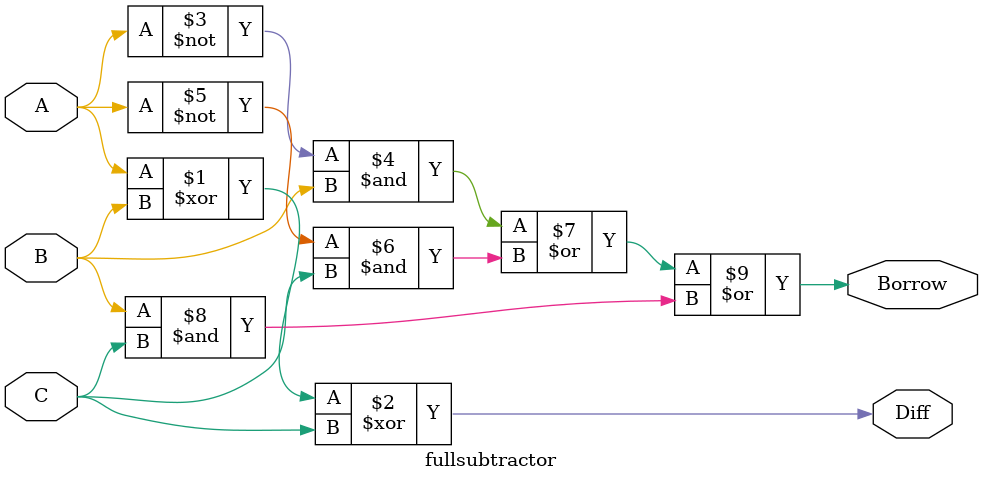
<source format=v>
`timescale 1ns / 1ps
module fullsubtractor(input A, input B, input C, output Diff, output Borrow);
assign Diff=A^B^C;
assign Borrow=(~A&B)| (~A&C) | (B&C);
endmodule

</source>
